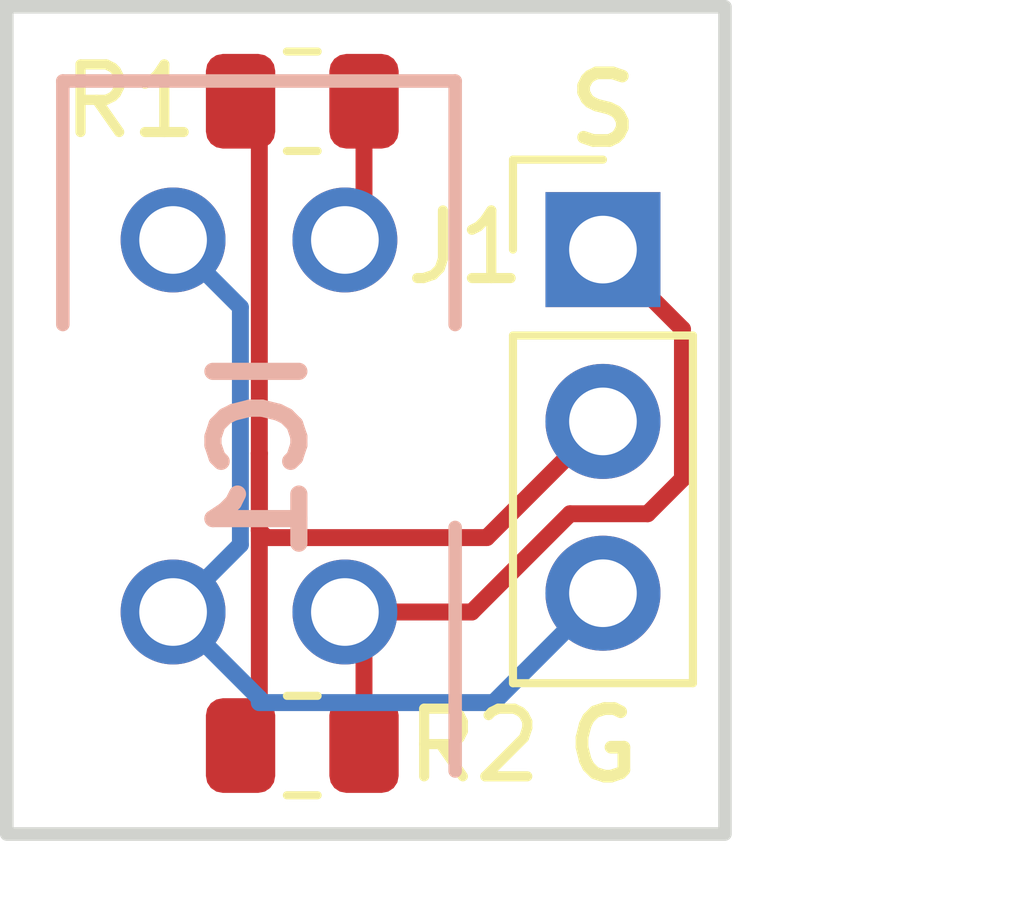
<source format=kicad_pcb>
(kicad_pcb (version 20221018) (generator pcbnew)
  (layers (0 "F.Cu" signal) (31 "B.Cu" signal) (34 "B.Paste" user) (35 "F.Paste" user) (36 "B.SilkS" user "B.Silkscreen") (37 "F.SilkS" user "F.Silkscreen") (38 "B.Mask" user) (39 "F.Mask" user) (44 "Edge.Cuts" user))
  (net 0 "")
  (net 1 "/S")
  (net 2 "GND")
  (net 3 "Net-(IC1-ANODE)")
  (net 4 "+3V3")
  (footprint "Connector_PinHeader_2.54mm:PinHeader_1x03_P2.54mm_Vertical" (layer "F.Cu") (at 181.61 89.18805)
    (fp_text reference "J1" (at -2.032 -0.03405) (layer "F.SilkS"))
    (fp_text value "Conn_01x03_Pin")
    (fp_line (start -1.33 -1.33) (end 0 -1.33) (stroke (width 0.12)) (layer "F.SilkS"))
    (fp_line (start -1.33 0) (end -1.33 -1.33) (stroke (width 0.12)) (layer "F.SilkS"))
    (fp_line (start -1.33 1.27) (end -1.33 6.41) (stroke (width 0.12)) (layer "F.SilkS"))
    (fp_line (start -1.33 1.27) (end 1.33 1.27) (stroke (width 0.12)) (layer "F.SilkS"))
    (fp_line (start -1.33 6.41) (end 1.33 6.41) (stroke (width 0.12)) (layer "F.SilkS"))
    (fp_line (start 1.33 1.27) (end 1.33 6.41) (stroke (width 0.12)) (layer "F.SilkS"))
    (pad "1" thru_hole rect (at 0 0) (size 1.7 1.7) (drill 1) (layers "*.Cu" "*.Mask") (net 1 "/S"))
    (pad "2" thru_hole oval (at 0 2.54) (size 1.7 1.7) (drill 1) (layers "*.Cu" "*.Mask") (net 4 "+3V3"))
    (pad "3" thru_hole oval (at 0 5.08) (size 1.7 1.7) (drill 1) (layers "*.Cu" "*.Mask") (net 2 "GND"))
  )
  (footprint "Resistor_SMD:R_0805_2012Metric" (layer "F.Cu") (at 177.165 96.52)
    (fp_text reference locked "R2" (at 2.54 0) (layer "F.SilkS"))
    (fp_text value "5000")
    (fp_line (start -0.227064 -0.735) (end 0.227064 -0.735) (stroke (width 0.12)) (layer "F.SilkS"))
    (fp_line (start -0.227064 0.735) (end 0.227064 0.735) (stroke (width 0.12)) (layer "F.SilkS"))
    (pad "1" smd roundrect (at -0.9125 0) (size 1.025 1.4) (layers "F.Cu" "F.Paste" "F.Mask") (roundrect_rratio 0.243902439) (net 4 "+3V3"))
    (pad "2" smd roundrect (at 0.9125 0) (size 1.025 1.4) (layers "F.Cu" "F.Paste" "F.Mask") (roundrect_rratio 0.243902439) (net 1 "/S"))
  )
  (footprint "Resistor_SMD:R_0805_2012Metric" (layer "F.Cu") (at 177.165 86.995)
    (fp_text reference "R1" (at -2.54 0) (layer "F.SilkS"))
    (fp_text value "100")
    (fp_line (start -0.227064 -0.735) (end 0.227064 -0.735) (stroke (width 0.12)) (layer "F.SilkS"))
    (fp_line (start -0.227064 0.735) (end 0.227064 0.735) (stroke (width 0.12)) (layer "F.SilkS"))
    (pad "1" smd roundrect (at -0.9125 0) (size 1.025 1.4) (layers "F.Cu" "F.Paste" "F.Mask") (roundrect_rratio 0.243902439) (net 4 "+3V3"))
    (pad "2" smd roundrect (at 0.9125 0) (size 1.025 1.4) (layers "F.Cu" "F.Paste" "F.Mask") (roundrect_rratio 0.243902439) (net 3 "Net-(IC1-ANODE)"))
  )
  (footprint "tcrt5000l:TCRT5000L" (layer "B.Cu") (at 176.525 91.7956 90)
    (fp_text reference "IC1" (at -0.432 0.015 270) (layer "B.SilkS") (effects (font (size 1.27 1.27) (thickness 0.254)) (justify mirror)))
    (fp_text value "TCRT5000L" hide)
    (fp_line (start -5.1 2.9) (end -1.5 2.9) (stroke (width 0.2)) (layer "B.SilkS"))
    (fp_line (start 5.1 -2.9) (end 1.5 -2.9) (stroke (width 0.2)) (layer "B.SilkS"))
    (fp_line (start 5.1 -2.9) (end 5.1 2.9) (stroke (width 0.2)) (layer "B.SilkS"))
    (fp_line (start 5.1 2.9) (end 1.5 2.9) (stroke (width 0.2)) (layer "B.SilkS"))
    (pad "" np_thru_hole circle (at -4.65 -2.45 90) (size 0.001 0.001) (drill 1) (layers "*.Cu" "*.Mask"))
    (pad "" np_thru_hole circle (at 0 -1.9 90) (size 0.001 0.001) (drill 2.5) (layers "*.Cu" "*.Mask"))
    (pad "" np_thru_hole circle (at 0 1.9 90) (size 0.001 0.001) (drill 2.5) (layers "*.Cu" "*.Mask"))
    (pad "1" thru_hole circle (at -2.75 1.27 90) (size 1.55 1.55) (drill 1) (layers "*.Cu" "*.Mask") (net 1 "/S"))
    (pad "2" thru_hole circle (at -2.75 -1.27 90) (size 1.55 1.55) (drill 1) (layers "*.Cu" "*.Mask") (net 2 "GND"))
    (pad "3" thru_hole circle (at 2.75 -1.27 90) (size 1.55 1.55) (drill 1) (layers "*.Cu" "*.Mask") (net 2 "GND"))
    (pad "4" thru_hole circle (at 2.75 1.27 90) (size 1.55 1.55) (drill 1) (layers "*.Cu" "*.Mask") (net 3 "Net-(IC1-ANODE)"))
  )
  (gr_rect (start 172.7962 85.598) (end 183.4134 97.8281) (stroke (width 0.2)) (fill none) (layer "Edge.Cuts"))
  (gr_text "G" (at 181.61 96.52) (layer "F.SilkS") (effects (font (size 1 1) (thickness 0.1875))))
  (gr_text "S" (at 181.61 87.122) (layer "F.SilkS") (effects (font (size 1 1) (thickness 0.1875))))
  (segment (start 178.0775 96.52) (end 178.0775 94.8281) (width 0.25) (layer "F.Cu") (net 1))
  (segment (start 178.0775 94.8281) (end 177.795 94.5456) (width 0.25) (layer "F.Cu") (net 1))
  (segment (start 182.785 90.36305) (end 181.61 89.18805) (width 0.25) (layer "F.Cu") (net 1))
  (segment (start 181.123299 93.09305) (end 182.27035 93.09305) (width 0.25) (layer "F.Cu") (net 1))
  (segment (start 177.795 94.5456) (end 179.670749 94.5456) (width 0.25) (layer "F.Cu") (net 1))
  (segment (start 179.670749 94.5456) (end 181.123299 93.09305) (width 0.25) (layer "F.Cu") (net 1))
  (segment (start 182.27035 93.09305) (end 182.785 92.5784) (width 0.25) (layer "F.Cu") (net 1))
  (segment (start 182.785 92.5784) (end 182.785 90.36305) (width 0.25) (layer "F.Cu") (net 1))
  (segment (start 176.25 93.5506) (end 175.255 94.5456) (width 0.25) (layer "B.Cu") (net 2))
  (segment (start 179.99305 95.885) (end 181.61 94.26805) (width 0.25) (layer "B.Cu") (net 2))
  (segment (start 176.25 90.0406) (end 176.25 93.5506) (width 0.25) (layer "B.Cu") (net 2))
  (segment (start 176.53 95.885) (end 179.99305 95.885) (width 0.25) (layer "B.Cu") (net 2))
  (segment (start 175.255 89.0456) (end 176.25 90.0406) (width 0.25) (layer "B.Cu") (net 2))
  (segment (start 176.53 95.8206) (end 176.53 95.885) (width 0.25) (layer "B.Cu") (net 2))
  (segment (start 175.255 94.5456) (end 176.53 95.8206) (width 0.25) (layer "B.Cu") (net 2))
  (segment (start 178.0775 86.995) (end 178.0775 88.7631) (width 0.25) (layer "F.Cu") (net 3))
  (segment (start 178.0775 88.7631) (end 177.795 89.0456) (width 0.25) (layer "F.Cu") (net 3))
  (segment (start 176.53 87.2725) (end 176.2525 86.995) (width 0.25) (layer "F.Cu") (net 4))
  (segment (start 179.89245 93.4456) (end 176.6306 93.4456) (width 0.25) (layer "F.Cu") (net 4))
  (segment (start 176.6306 93.4456) (end 176.53 93.345) (width 0.25) (layer "F.Cu") (net 4))
  (segment (start 176.53 92.198697) (end 176.53 96.2425) (width 0.25) (layer "F.Cu") (net 4))
  (segment (start 176.53 93.345) (end 176.53 92.198697) (width 0.25) (layer "F.Cu") (net 4))
  (segment (start 176.53 92.198697) (end 176.53 87.2725) (width 0.25) (layer "F.Cu") (net 4))
  (segment (start 176.53 96.2425) (end 176.2525 96.52) (width 0.25) (layer "F.Cu") (net 4))
  (segment (start 181.61 91.72805) (end 179.89245 93.4456) (width 0.25) (layer "F.Cu") (net 4))
)
</source>
